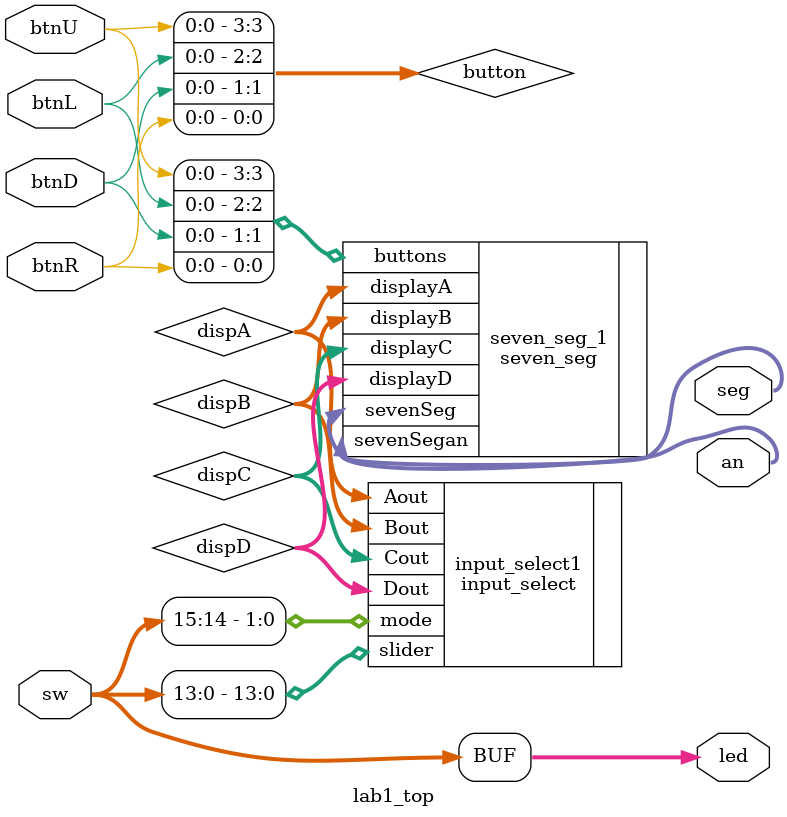
<source format=v>
`timescale 1ns / 1ps


module lab1_top(
    input [15:0] sw, // Switches 0-15 on bottom of board
    input btnU, // Up button
    input btnD, // Down button
    input btnL, // Left button
    input btnR, // Right button
    output [15:0] led, // LEDs 0-15 on bottom of board
    output [6:0] seg, // 7 Segment Display
    output [3:0] an // 7 Segment enable
    );
    
    wire [3:0] dispA, dispB, dispC, dispD; // Numbers on each display
    wire [3:0] button;
    
    assign button[3] = btnU; // Assign button inputs
    assign button[2] = btnL;
    assign button[0] = btnR;
    assign button[1] = btnD;
    
    // Instantiate modules
    input_select input_select1(.mode(sw[15:14]), .slider(sw[13:0]), .Aout(dispA), .Bout(dispB), .Cout(dispC), .Dout(dispD));
    seven_seg seven_seg_1(.displayA(dispA), .displayB(dispB), .displayC(dispC), .displayD(dispD), .buttons(button), .sevenSeg(seg), .sevenSegan(an)); 
    
    // LEDs turn on to corresponding switch
    assign led[15:0] = sw[15:0];
    
endmodule

</source>
